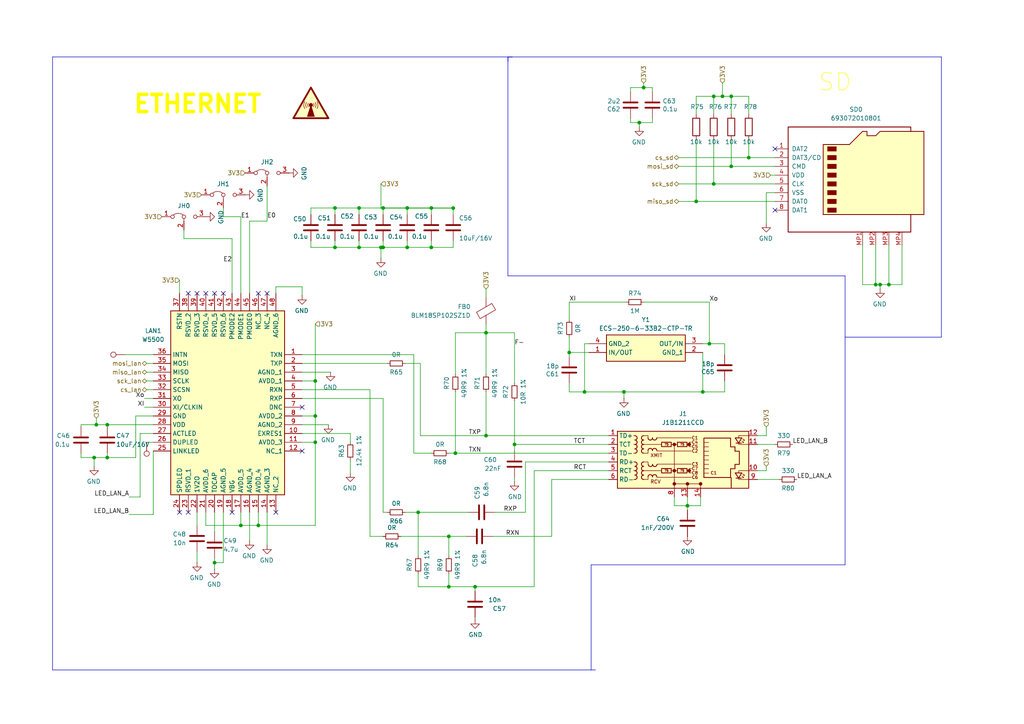
<source format=kicad_sch>
(kicad_sch (version 20231120) (generator "eeschema") (generator_version "8.0")
  (paper "A4")
  (lib_symbols
    (symbol "SymbolsBalloonv4:C" (pin_numbers hide) (pin_names (offset 0.254))
      (property "Reference" "C" (at 0.635 2.54 0))
      (property "Value" "C" (at 0.635 -2.54 0))
      (symbol "C_1_1"
        (pin passive line (at 0 3.81 270) (length 2.794) (name "~") (number "1"))
        (pin passive line (at 0 -3.81 90) (length 2.794) (name "~") (number "2"))
      )
    )
    (symbol "SymbolsBalloonv4:ECS-250-6-33B2-CTP-TR"
      (property "Reference" "Y" (at 29.21 7.62 0))
      (property "Value" "ECS-250-6-33B2-CTP-TR" (at 29.21 5.08 0))
      (symbol "ECS-250-6-33B2-CTP-TR_1_1"
        (pin passive line (at 0 -2.54 0) (length 5.08) (name "IN/OUT") (number "1"))
        (pin passive line (at 33.02 -2.54 180) (length 5.08) (name "GND_1") (number "2"))
        (pin passive line (at 33.02 0 180) (length 5.08) (name "OUT/IN") (number "3"))
        (pin passive line (at 0 0 0) (length 5.08) (name "GND_2") (number "4"))
      )
    )
    (symbol "SymbolsBalloonv4:FerriteBead" (pin_numbers hide) (pin_names (offset 0))
      (property "Reference" "FB" (at -3.81 0.635 90))
      (property "Value" "FerriteBead" (at 3.81 0 90))
      (symbol "FerriteBead_1_1"
        (pin passive line (at 0 3.81 270) (length 2.54) (name "~") (number "1"))
        (pin passive line (at 0 -3.81 90) (length 2.54) (name "~") (number "2"))
      )
    )
    (symbol "SymbolsBalloonv4:GND" (power) (pin_numbers hide) (pin_names (offset 0) hide)
      (property "Value" "GND" (at 0 -3.81 0))
      (symbol "GND_1_1"
        (pin power_in line (at 0 0 270) (length 0) (name "~") (number "1"))
      )
    )
    (symbol "SymbolsBalloonv4:Jumper_3_Bridged12" (pin_names (offset 0) hide)
      (property "Reference" "JP" (at -2.54 -2.54 0))
      (property "Value" "Jumper_3_Bridged12" (at 0 2.794 0))
      (symbol "Jumper_3_Bridged12_1_1"
        (pin passive line (at -6.35 0 0) (length 2.54) (name "A") (number "1"))
        (pin passive line (at 0 -3.81 90) (length 2.54) (name "C") (number "2"))
        (pin passive line (at 6.35 0 180) (length 2.54) (name "B") (number "3"))
      )
    )
    (symbol "SymbolsBalloonv4:Micro_SD_Card" (pin_names (offset 1.016))
      (property "Reference" "J5" (at 0.635 19.05 0))
      (property "Value" "Micro_SD_Card" (at 0.635 16.51 0))
      (symbol "Micro_SD_Card_1_1"
        (pin bidirectional line (at -22.86 7.62 0) (length 3.81) (name "DAT2") (number "1"))
        (pin bidirectional line (at -22.86 5.08 0) (length 3.81) (name "DAT3/CD") (number "2"))
        (pin input line (at -22.86 2.54 0) (length 3.81) (name "CMD") (number "3"))
        (pin power_in line (at -22.86 0 0) (length 3.81) (name "VDD") (number "4"))
        (pin input line (at -22.86 -2.54 0) (length 3.81) (name "CLK") (number "5"))
        (pin power_in line (at -22.86 -5.08 0) (length 3.81) (name "VSS") (number "6"))
        (pin bidirectional line (at -22.86 -7.62 0) (length 3.81) (name "DAT0") (number "7"))
        (pin bidirectional line (at -22.86 -10.16 0) (length 3.81) (name "DAT1") (number "8"))
        (pin passive line (at 2.54 -20.32 90) (length 3.81) (name "") (number "MP1"))
        (pin passive line (at 6.35 -20.32 90) (length 3.81) (name "") (number "MP2"))
        (pin passive line (at 10.16 -20.32 90) (length 3.81) (name "") (number "MP3"))
        (pin passive line (at 13.97 -20.32 90) (length 3.81) (name "") (number "MP4"))
      )
    )
    (symbol "SymbolsBalloonv4:R" (pin_numbers hide) (pin_names (offset 0))
      (property "Reference" "R" (at 2.032 0 90))
      (property "Value" "R" (at 0 0 90))
      (symbol "R_1_1"
        (pin passive line (at 0 3.81 270) (length 1.27) (name "~") (number "1"))
        (pin passive line (at 0 -3.81 90) (length 1.27) (name "~") (number "2"))
      )
    )
    (symbol "SymbolsBalloonv4:RJ45_Wuerth_7499010121A"
      (property "Reference" "J6" (at 1.27 13.97 0))
      (property "Value" "RJ45_Wuerth_7499010121A" (at 1.27 11.43 0))
      (symbol "RJ45_Wuerth_7499010121A_0_0"
        (text "C1" (at 4.699 6.985 0) (effects (font (size 0.889 0.889))))
        (text "C1" (at 10.16 -3.175 0) (effects (font (size 0.889 0.889))))
        (text "C2" (at 4.699 3.175 0) (effects (font (size 0.889 0.889))))
        (text "C3" (at 4.699 -0.635 0) (effects (font (size 0.889 0.889))))
        (text "C4" (at 4.699 5.715 0) (effects (font (size 0.889 0.889))))
        (text "C5" (at 4.699 4.445 0) (effects (font (size 0.889 0.889))))
        (text "C6" (at 4.699 -4.445 0) (effects (font (size 0.889 0.889))))
        (text "C7" (at 4.699 -1.905 0) (effects (font (size 0.889 0.889))))
        (text "C8" (at 4.699 -3.175 0) (effects (font (size 0.889 0.889))))
        (text "RCV" (at -8.255 -5.715 0) (effects (font (size 1.016 1.016)) (justify left)))
        (text "XMIT" (at -8.255 1.905 0) (effects (font (size 1.016 1.016)) (justify left)))
      )
      (symbol "RJ45_Wuerth_7499010121A_1_1"
        (text "75" (at -3.556 -2.54 0) (effects (font (size 0.635 0.635))))
        (text "75" (at -3.556 5.08 0) (effects (font (size 0.635 0.635))))
        (text "75" (at 1.016 -2.54 0) (effects (font (size 0.635 0.635))))
        (text "75" (at 1.016 5.08 0) (effects (font (size 0.635 0.635))))
        (pin passive line (at -20.32 7.62 0) (length 2.54) (name "TD+") (number "1"))
        (pin passive line (at 22.86 -2.54 180) (length 2.54) (name "") (number "10"))
        (pin passive line (at 22.86 5.08 180) (length 2.54) (name "") (number "11"))
        (pin passive line (at 22.86 7.62 180) (length 2.54) (name "") (number "12"))
        (pin output line (at 2.54 -10.16 90) (length 2.54) (name "") (number "13"))
        (pin output line (at 6.35 -10.16 90) (length 2.54) (name "") (number "14"))
        (pin passive line (at -20.32 5.08 0) (length 2.54) (name "TCT") (number "2"))
        (pin passive line (at -20.32 2.54 0) (length 2.54) (name "TD-") (number "3"))
        (pin passive line (at -20.32 0 0) (length 2.54) (name "RD+") (number "4"))
        (pin passive line (at -20.32 -2.54 0) (length 2.54) (name "RCT") (number "5"))
        (pin passive line (at -20.32 -5.08 0) (length 2.54) (name "RD-") (number "6"))
        (pin no_connect line (at 20.32 0 0) (length 0) hide (name "NC") (number "7"))
        (pin output line (at -1.27 -10.16 90) (length 2.54) (name "") (number "8"))
        (pin passive line (at 22.86 -5.08 180) (length 2.54) (name "") (number "9"))
      )
    )
    (symbol "SymbolsBalloonv4:R_Small" (pin_numbers hide) (pin_names (offset 0.254) hide)
      (property "Reference" "R" (at 0.762 0.508 0))
      (property "Value" "R_Small" (at 0.762 -1.016 0))
      (symbol "R_Small_1_1"
        (pin passive line (at 0 2.54 270) (length 0.762) (name "~") (number "1"))
        (pin passive line (at 0 -2.54 90) (length 0.762) (name "~") (number "2"))
      )
    )
    (symbol "SymbolsBalloonv4:SYM_Radio_Waves_Large" (in_bom no) (on_board no))
    (symbol "SymbolsBalloonv4:TestPoint" (pin_numbers hide) (pin_names (offset 0.762) hide)
      (property "Reference" "TP" (at 0 6.858 0))
      (property "Value" "TestPoint" (at 0 5.08 0))
      (symbol "TestPoint_1_1"
        (pin passive line (at 0 0 90) (length 2.54) (name "1") (number "1"))
      )
    )
    (symbol "SymbolsBalloonv4:W5500"
      (property "Reference" "IC" (at 39.37 17.78 0))
      (property "Value" "W5500" (at 39.37 15.24 0))
      (symbol "W5500_1_1"
        (pin passive line (at 0 0 0) (length 5.08) (name "TXN") (number "1"))
        (pin passive line (at 0 -22.86 0) (length 5.08) (name "EXRES1") (number "10"))
        (pin passive line (at 0 -25.4 0) (length 5.08) (name "AVDD_3") (number "11"))
        (pin passive line (at 0 -27.94 0) (length 5.08) (name "NC_1") (number "12"))
        (pin passive line (at 7.62 -45.72 90) (length 5.08) (name "NC_2") (number "13"))
        (pin passive line (at 10.16 -45.72 90) (length 5.08) (name "AGND_3") (number "14"))
        (pin passive line (at 12.7 -45.72 90) (length 5.08) (name "AVDD_4") (number "15"))
        (pin passive line (at 15.24 -45.72 90) (length 5.08) (name "AGND_4") (number "16"))
        (pin passive line (at 17.78 -45.72 90) (length 5.08) (name "AVDD_5") (number "17"))
        (pin passive line (at 20.32 -45.72 90) (length 5.08) (name "VBG") (number "18"))
        (pin passive line (at 22.86 -45.72 90) (length 5.08) (name "AGND_5") (number "19"))
        (pin passive line (at 0 -2.54 0) (length 5.08) (name "TXP") (number "2"))
        (pin passive line (at 25.4 -45.72 90) (length 5.08) (name "TOCAP") (number "20"))
        (pin passive line (at 27.94 -45.72 90) (length 5.08) (name "AVDD_6") (number "21"))
        (pin passive line (at 30.48 -45.72 90) (length 5.08) (name "1V2O") (number "22"))
        (pin passive line (at 33.02 -45.72 90) (length 5.08) (name "RSVD_1") (number "23"))
        (pin passive line (at 35.56 -45.72 90) (length 5.08) (name "SPDLED") (number "24"))
        (pin passive line (at 43.18 -27.94 180) (length 5.08) (name "LINKLED") (number "25"))
        (pin passive line (at 43.18 -25.4 180) (length 5.08) (name "DUPLED") (number "26"))
        (pin passive line (at 43.18 -22.86 180) (length 5.08) (name "ACTLED") (number "27"))
        (pin passive line (at 43.18 -20.32 180) (length 5.08) (name "VDD") (number "28"))
        (pin passive line (at 43.18 -17.78 180) (length 5.08) (name "GND") (number "29"))
        (pin passive line (at 0 -5.08 0) (length 5.08) (name "AGND_1") (number "3"))
        (pin passive line (at 43.18 -15.24 180) (length 5.08) (name "XI/CLKIN") (number "30"))
        (pin passive line (at 43.18 -12.7 180) (length 5.08) (name "XO") (number "31"))
        (pin passive line (at 43.18 -10.16 180) (length 5.08) (name "SCSN") (number "32"))
        (pin passive line (at 43.18 -7.62 180) (length 5.08) (name "SCLK") (number "33"))
        (pin passive line (at 43.18 -5.08 180) (length 5.08) (name "MISO") (number "34"))
        (pin passive line (at 43.18 -2.54 180) (length 5.08) (name "MOSI") (number "35"))
        (pin passive line (at 43.18 0 180) (length 5.08) (name "INTN") (number "36"))
        (pin passive line (at 35.56 17.78 270) (length 5.08) (name "RSTN") (number "37"))
        (pin passive line (at 33.02 17.78 270) (length 5.08) (name "RSVD_2") (number "38"))
        (pin passive line (at 30.48 17.78 270) (length 5.08) (name "RSVD_3") (number "39"))
        (pin passive line (at 0 -7.62 0) (length 5.08) (name "AVDD_1") (number "4"))
        (pin passive line (at 27.94 17.78 270) (length 5.08) (name "RSVD_4") (number "40"))
        (pin passive line (at 25.4 17.78 270) (length 5.08) (name "RSVD_5") (number "41"))
        (pin passive line (at 22.86 17.78 270) (length 5.08) (name "RSVD_6") (number "42"))
        (pin passive line (at 20.32 17.78 270) (length 5.08) (name "PMODE2") (number "43"))
        (pin passive line (at 17.78 17.78 270) (length 5.08) (name "PMODE1") (number "44"))
        (pin passive line (at 15.24 17.78 270) (length 5.08) (name "PMODE0") (number "45"))
        (pin passive line (at 12.7 17.78 270) (length 5.08) (name "NC_3") (number "46"))
        (pin passive line (at 10.16 17.78 270) (length 5.08) (name "NC_4") (number "47"))
        (pin passive line (at 7.62 17.78 270) (length 5.08) (name "AGND_6") (number "48"))
        (pin passive line (at 0 -10.16 0) (length 5.08) (name "RXN") (number "5"))
        (pin passive line (at 0 -12.7 0) (length 5.08) (name "RXP") (number "6"))
        (pin passive line (at 0 -15.24 0) (length 5.08) (name "DNC") (number "7"))
        (pin passive line (at 0 -17.78 0) (length 5.08) (name "AVDD_2") (number "8"))
        (pin passive line (at 0 -20.32 0) (length 5.08) (name "AGND_2") (number "9"))
      )
    )
  )
  (junction (at 27.94 123.19))
  (junction (at 255.27 82.55))
  (junction (at 118.11 60.325))
  (junction (at 104.14 71.755))
  (junction (at 257.81 82.55))
  (junction (at 199.39 146.685))
  (junction (at 62.23 163.195))
  (junction (at 140.97 126.365))
  (junction (at 205.74 99.695))
  (junction (at 104.14 60.325))
  (junction (at 132.08 131.445))
  (junction (at 69.85 152.4))
  (junction (at 207.01 53.34))
  (junction (at 31.115 123.19))
  (junction (at 118.11 71.755))
  (junction (at 201.93 58.42))
  (junction (at 125.095 60.325))
  (junction (at 97.155 60.325))
  (junction (at 131.445 60.3569))
  (junction (at 125.095 71.755))
  (junction (at 217.17 45.72))
  (junction (at 169.545 113.665))
  (junction (at 91.44 110.49))
  (junction (at 91.44 120.65))
  (junction (at 111.125 60.325))
  (junction (at 130.175 170.18))
  (junction (at 212.09 48.26))
  (junction (at 212.09 27.94))
  (junction (at 91.44 128.27))
  (junction (at 111.125 71.755))
  (junction (at 137.795 170.18))
  (junction (at 130.175 155.575))
  (junction (at 97.155 71.755))
  (junction (at 203.835 113.665))
  (junction (at 31.115 132.715))
  (junction (at 254 82.55))
  (junction (at 149.225 128.905))
  (junction (at 185.42 35.56))
  (junction (at 110.49 71.755))
  (junction (at 74.93 152.4))
  (junction (at 121.285 148.59))
  (junction (at 27.305 132.715))
  (junction (at 165.1 102.235))
  (junction (at 207.01 27.94))
  (junction (at 180.975 113.665))
  (junction (at 186.69 25.4))
  (junction (at 209.55 27.94))
  (junction (at 140.97 96.52))
  (no_connect (at 74.93 85.09))
  (no_connect (at 54.61 85.09))
  (no_connect (at 67.31 148.59))
  (no_connect (at 87.63 130.81))
  (no_connect (at 224.79 60.96))
  (no_connect (at 64.77 85.09))
  (no_connect (at 52.07 148.59))
  (no_connect (at 224.79 43.18))
  (no_connect (at 62.23 85.09))
  (no_connect (at 87.63 118.11))
  (no_connect (at 77.47 85.09))
  (no_connect (at 54.61 148.59))
  (no_connect (at 57.15 85.09))
  (no_connect (at 80.01 148.59))
  (no_connect (at 59.69 85.09))
  (wire (pts (xy 101.6 133.35) (xy 101.6 137.16)))
  (wire (pts (xy 64.77 62.865) (xy 64.77 60.325)))
  (wire (pts (xy 212.09 33.02) (xy 212.09 27.94)))
  (wire (pts (xy 165.1 103.505) (xy 165.1 102.235)))
  (wire (pts (xy 257.81 71.12) (xy 257.81 82.55)))
  (wire (pts (xy 69.85 152.4) (xy 74.93 152.4)))
  (wire (pts (xy 210.185 99.695) (xy 205.74 99.695)))
  (wire (pts (xy 169.545 99.695) (xy 169.545 113.665)))
  (wire (pts (xy 104.14 71.755) (xy 110.49 71.755)))
  (wire (pts (xy 72.39 64.135) (xy 77.47 64.135)))
  (wire (pts (xy 140.97 96.52) (xy 140.97 108.585)))
  (wire (pts (xy 23.495 131.445) (xy 23.495 132.715)))
  (wire (pts (xy 125.095 71.755) (xy 131.445 71.755)))
  (wire (pts (xy 107.315 113.03) (xy 107.315 155.575)))
  (wire (pts (xy 186.69 87.63) (xy 205.74 87.63)))
  (wire (pts (xy 223.52 50.8) (xy 224.79 50.8)))
  (wire (pts (xy 222.25 135.255) (xy 222.25 136.525)))
  (wire (pts (xy 31.115 123.19) (xy 27.94 123.19)))
  (wire (pts (xy 149.225 116.205) (xy 149.225 128.905)))
  (wire (pts (xy 195.58 144.145) (xy 195.58 146.685)))
  (wire (pts (xy 110.49 60.3569) (xy 131.445 60.3569)))
  (wire (pts (xy 130.175 155.575) (xy 135.255 155.575)))
  (wire (pts (xy 189.23 25.4) (xy 186.69 25.4)))
  (wire (pts (xy 165.1 111.125) (xy 165.1 113.665)))
  (polyline (pts (xy 15.24 16.51) (xy 15.24 194.31)))
  (wire (pts (xy 97.155 69.85) (xy 97.155 71.755)))
  (wire (pts (xy 67.31 69.215) (xy 67.31 85.09)))
  (wire (pts (xy 222.25 123.825) (xy 222.25 126.365)))
  (wire (pts (xy 209.55 27.94) (xy 209.55 24.13)))
  (wire (pts (xy 165.1 87.63) (xy 181.61 87.63)))
  (wire (pts (xy 72.39 148.59) (xy 72.39 156.845)))
  (wire (pts (xy 201.93 27.94) (xy 201.93 33.02)))
  (wire (pts (xy 111.125 69.85) (xy 111.125 71.755)))
  (wire (pts (xy 203.835 113.665) (xy 203.835 102.235)))
  (wire (pts (xy 217.17 40.64) (xy 217.17 45.72)))
  (wire (pts (xy 131.445 62.23) (xy 131.445 60.3569)))
  (wire (pts (xy 53.34 69.215) (xy 67.31 69.215)))
  (wire (pts (xy 59.69 148.59) (xy 59.69 152.4)))
  (wire (pts (xy 207.01 40.64) (xy 207.01 53.34)))
  (wire (pts (xy 87.63 110.49) (xy 91.44 110.49)))
  (wire (pts (xy 255.27 83.82) (xy 255.27 82.55)))
  (wire (pts (xy 57.15 163.195) (xy 57.15 160.02)))
  (wire (pts (xy 57.15 148.59) (xy 57.15 152.4)))
  (wire (pts (xy 121.285 166.37) (xy 121.285 170.18)))
  (wire (pts (xy 132.08 108.585) (xy 132.08 96.52)))
  (wire (pts (xy 201.93 58.42) (xy 196.85 58.42)))
  (wire (pts (xy 186.69 24.13) (xy 186.69 25.4)))
  (wire (pts (xy 59.69 152.4) (xy 69.85 152.4)))
  (wire (pts (xy 149.225 128.905) (xy 176.53 128.905)))
  (wire (pts (xy 199.39 147.955) (xy 199.39 146.685)))
  (wire (pts (xy 91.44 128.27) (xy 91.44 152.4)))
  (wire (pts (xy 91.44 120.65) (xy 91.44 128.27)))
  (wire (pts (xy 80.01 83.185) (xy 80.01 85.09)))
  (wire (pts (xy 140.97 113.665) (xy 140.97 126.365)))
  (wire (pts (xy 257.81 82.55) (xy 261.62 82.55)))
  (wire (pts (xy 77.47 64.135) (xy 77.47 53.975)))
  (wire (pts (xy 62.23 148.59) (xy 62.23 154.305)))
  (wire (pts (xy 217.17 45.72) (xy 224.79 45.72)))
  (wire (pts (xy 189.23 35.56) (xy 189.23 34.29)))
  (wire (pts (xy 104.14 62.23) (xy 104.14 60.325)))
  (wire (pts (xy 74.93 148.59) (xy 74.93 152.4)))
  (wire (pts (xy 121.285 161.29) (xy 121.285 148.59)))
  (wire (pts (xy 222.25 136.525) (xy 219.71 136.525)))
  (wire (pts (xy 72.39 85.09) (xy 72.39 64.135)))
  (wire (pts (xy 185.42 35.56) (xy 182.88 35.56)))
  (wire (pts (xy 87.63 105.41) (xy 112.395 105.41)))
  (wire (pts (xy 41.91 118.11) (xy 44.45 118.11)))
  (wire (pts (xy 44.45 130.81) (xy 44.45 149.225)))
  (wire (pts (xy 121.92 105.41) (xy 121.92 126.365)))
  (wire (pts (xy 130.175 155.575) (xy 130.175 161.29)))
  (wire (pts (xy 97.155 71.755) (xy 90.17 71.755)))
  (wire (pts (xy 165.1 97.79) (xy 165.1 102.235)))
  (wire (pts (xy 62.23 161.925) (xy 62.23 163.195)))
  (wire (pts (xy 196.85 53.34) (xy 207.01 53.34)))
  (wire (pts (xy 137.795 179.705) (xy 137.795 179.07)))
  (wire (pts (xy 196.85 48.26) (xy 212.09 48.26)))
  (wire (pts (xy 185.42 36.83) (xy 185.42 35.56)))
  (wire (pts (xy 110.49 71.755) (xy 111.125 71.755)))
  (wire (pts (xy 255.27 82.55) (xy 257.81 82.55)))
  (wire (pts (xy 165.1 87.63) (xy 165.1 92.71)))
  (wire (pts (xy 104.14 60.325) (xy 111.125 60.325)))
  (wire (pts (xy 180.975 113.665) (xy 169.545 113.665)))
  (wire (pts (xy 210.185 113.665) (xy 203.835 113.665)))
  (wire (pts (xy 31.115 132.715) (xy 39.37 132.715)))
  (wire (pts (xy 37.465 144.145) (xy 40.64 144.145)))
  (wire (pts (xy 121.92 126.365) (xy 140.97 126.365)))
  (wire (pts (xy 23.495 132.715) (xy 27.305 132.715)))
  (wire (pts (xy 130.175 170.18) (xy 137.795 170.18)))
  (wire (pts (xy 132.08 113.665) (xy 132.08 131.445)))
  (wire (pts (xy 212.09 40.64) (xy 212.09 48.26)))
  (polyline (pts (xy 273.05 16.51) (xy 273.05 97.79)))
  (wire (pts (xy 210.185 110.49) (xy 210.185 113.665)))
  (wire (pts (xy 118.11 60.325) (xy 125.095 60.325)))
  (wire (pts (xy 104.14 71.755) (xy 104.14 69.85)))
  (wire (pts (xy 52.07 81.28) (xy 52.07 85.09)))
  (wire (pts (xy 90.17 71.755) (xy 90.17 69.85)))
  (wire (pts (xy 250.19 82.55) (xy 254 82.55)))
  (wire (pts (xy 74.93 152.4) (xy 91.44 152.4)))
  (wire (pts (xy 182.88 25.4) (xy 182.88 26.67)))
  (wire (pts (xy 44.45 149.225) (xy 37.465 149.225)))
  (wire (pts (xy 201.93 40.64) (xy 201.93 58.42)))
  (wire (pts (xy 189.23 26.67) (xy 189.23 25.4)))
  (wire (pts (xy 152.4 133.985) (xy 152.4 148.59)))
  (wire (pts (xy 69.85 148.59) (xy 69.85 152.4)))
  (wire (pts (xy 140.97 96.52) (xy 149.225 96.52)))
  (wire (pts (xy 130.175 166.37) (xy 130.175 170.18)))
  (wire (pts (xy 125.095 60.325) (xy 125.095 62.23)))
  (wire (pts (xy 254 71.12) (xy 254 82.55)))
  (wire (pts (xy 117.475 105.41) (xy 121.92 105.41)))
  (wire (pts (xy 111.125 60.325) (xy 111.125 62.23)))
  (wire (pts (xy 87.63 115.57) (xy 111.125 115.57)))
  (wire (pts (xy 118.11 62.23) (xy 118.11 60.325)))
  (wire (pts (xy 160.02 155.575) (xy 142.875 155.575)))
  (wire (pts (xy 224.79 58.42) (xy 201.93 58.42)))
  (wire (pts (xy 91.44 93.98) (xy 91.44 110.49)))
  (wire (pts (xy 165.1 102.235) (xy 170.815 102.235)))
  (wire (pts (xy 64.77 163.195) (xy 62.23 163.195)))
  (wire (pts (xy 152.4 133.985) (xy 176.53 133.985)))
  (wire (pts (xy 23.495 123.19) (xy 27.94 123.19)))
  (wire (pts (xy 90.17 60.325) (xy 97.155 60.325)))
  (wire (pts (xy 130.175 131.445) (xy 132.08 131.445)))
  (wire (pts (xy 41.91 115.57) (xy 44.45 115.57)))
  (polyline (pts (xy 273.05 97.79) (xy 245.11 97.79)))
  (wire (pts (xy 180.975 115.57) (xy 180.975 113.665)))
  (wire (pts (xy 261.62 71.12) (xy 261.62 82.55)))
  (wire (pts (xy 210.185 102.87) (xy 210.185 99.695)))
  (wire (pts (xy 87.63 113.03) (xy 107.315 113.03)))
  (wire (pts (xy 140.97 126.365) (xy 176.53 126.365)))
  (wire (pts (xy 110.49 53.34) (xy 110.49 60.3569)))
  (wire (pts (xy 132.08 96.52) (xy 140.97 96.52)))
  (wire (pts (xy 69.85 62.865) (xy 69.85 85.09)))
  (wire (pts (xy 152.4 148.59) (xy 143.51 148.59)))
  (wire (pts (xy 137.795 171.45) (xy 137.795 170.18)))
  (wire (pts (xy 140.97 93.98) (xy 140.97 96.52)))
  (wire (pts (xy 40.64 125.73) (xy 44.45 125.73)))
  (polyline (pts (xy 171.45 163.83) (xy 245.11 163.83)))
  (wire (pts (xy 217.17 45.72) (xy 196.85 45.72)))
  (wire (pts (xy 212.09 48.26) (xy 224.79 48.26)))
  (polyline (pts (xy 147.32 80.01) (xy 147.32 16.51)))
  (wire (pts (xy 199.39 144.145) (xy 199.39 146.685)))
  (wire (pts (xy 64.77 148.59) (xy 64.77 163.195)))
  (polyline (pts (xy 147.32 16.51) (xy 147.32 17.78)))
  (wire (pts (xy 199.39 146.685) (xy 203.2 146.685)))
  (wire (pts (xy 53.34 69.215) (xy 53.34 66.675)))
  (wire (pts (xy 137.795 170.18) (xy 154.94 170.18)))
  (wire (pts (xy 154.94 136.525) (xy 176.53 136.525)))
  (wire (pts (xy 64.77 62.865) (xy 69.85 62.865)))
  (wire (pts (xy 95.885 107.95) (xy 87.63 107.95)))
  (wire (pts (xy 111.125 60.325) (xy 118.11 60.325)))
  (wire (pts (xy 205.74 99.695) (xy 203.835 99.695)))
  (polyline (pts (xy 245.11 80.01) (xy 147.32 80.01)))
  (wire (pts (xy 118.11 71.755) (xy 118.11 69.85)))
  (wire (pts (xy 254 82.55) (xy 255.27 82.55)))
  (wire (pts (xy 132.08 131.445) (xy 176.53 131.445)))
  (wire (pts (xy 149.225 139.7) (xy 149.225 138.43)))
  (wire (pts (xy 36.195 102.87) (xy 44.45 102.87)))
  (wire (pts (xy 121.285 148.59) (xy 135.89 148.59)))
  (wire (pts (xy 42.545 110.49) (xy 44.45 110.49)))
  (wire (pts (xy 217.17 27.94) (xy 212.09 27.94)))
  (wire (pts (xy 40.64 144.145) (xy 40.64 125.73)))
  (wire (pts (xy 42.545 105.41) (xy 44.45 105.41)))
  (wire (pts (xy 222.25 55.88) (xy 224.79 55.88)))
  (wire (pts (xy 111.125 148.59) (xy 112.395 148.59)))
  (wire (pts (xy 90.17 62.23) (xy 90.17 60.325)))
  (wire (pts (xy 87.63 120.65) (xy 91.44 120.65)))
  (wire (pts (xy 77.47 158.115) (xy 77.47 148.59)))
  (wire (pts (xy 27.94 121.285) (xy 27.94 123.19)))
  (wire (pts (xy 250.19 82.55) (xy 250.19 71.12)))
  (wire (pts (xy 140.97 83.82) (xy 140.97 86.36)))
  (wire (pts (xy 120.015 131.445) (xy 125.095 131.445)))
  (wire (pts (xy 205.74 87.63) (xy 205.74 99.695)))
  (wire (pts (xy 87.63 125.73) (xy 101.6 125.73)))
  (wire (pts (xy 169.545 99.695) (xy 170.815 99.695)))
  (wire (pts (xy 27.305 132.715) (xy 27.305 135.255)))
  (wire (pts (xy 62.23 163.195) (xy 62.23 165.1)))
  (wire (pts (xy 97.155 71.755) (xy 104.14 71.755)))
  (wire (pts (xy 195.58 146.685) (xy 199.39 146.685)))
  (wire (pts (xy 120.015 102.87) (xy 120.015 131.445)))
  (wire (pts (xy 23.495 123.19) (xy 23.495 123.825)))
  (wire (pts (xy 87.63 85.725) (xy 87.63 83.185)))
  (wire (pts (xy 31.115 123.19) (xy 31.115 123.825)))
  (wire (pts (xy 110.49 74.93) (xy 110.49 71.755)))
  (wire (pts (xy 149.225 96.52) (xy 149.225 111.125)))
  (wire (pts (xy 125.095 60.325) (xy 131.445 60.3569)))
  (wire (pts (xy 87.63 83.185) (xy 80.01 83.185)))
  (wire (pts (xy 219.71 139.065) (xy 226.06 139.065)))
  (wire (pts (xy 117.475 148.59) (xy 121.285 148.59)))
  (wire (pts (xy 118.11 71.755) (xy 125.095 71.755)))
  (wire (pts (xy 44.45 120.65) (xy 39.37 120.65)))
  (wire (pts (xy 186.69 25.4) (xy 182.88 25.4)))
  (wire (pts (xy 165.1 113.665) (xy 169.545 113.665)))
  (wire (pts (xy 207.01 27.94) (xy 201.93 27.94)))
  (wire (pts (xy 160.02 139.065) (xy 160.02 155.575)))
  (wire (pts (xy 125.095 69.85) (xy 125.095 71.755)))
  (wire (pts (xy 91.44 110.49) (xy 91.44 120.65)))
  (wire (pts (xy 203.2 146.685) (xy 203.2 144.145)))
  (polyline (pts (xy 171.45 194.31) (xy 171.45 163.83)))
  (wire (pts (xy 111.125 71.755) (xy 118.11 71.755)))
  (wire (pts (xy 44.45 123.19) (xy 31.115 123.19)))
  (polyline (pts (xy 15.24 194.31) (xy 172.72 194.31)))
  (wire (pts (xy 131.445 71.755) (xy 131.445 69.85)))
  (wire (pts (xy 207.01 27.94) (xy 207.01 33.02)))
  (wire (pts (xy 207.01 53.34) (xy 224.79 53.34)))
  (wire (pts (xy 97.155 60.325) (xy 97.155 62.23)))
  (wire (pts (xy 154.94 136.525) (xy 154.94 170.18)))
  (wire (pts (xy 39.37 120.65) (xy 39.37 132.715)))
  (wire (pts (xy 42.545 113.03) (xy 44.45 113.03)))
  (wire (pts (xy 31.115 131.445) (xy 31.115 132.715)))
  (polyline (pts (xy 245.11 163.83) (xy 245.11 80.01)))
  (wire (pts (xy 209.55 27.94) (xy 207.01 27.94)))
  (wire (pts (xy 131.445 60.3569) (xy 131.445 60.325)))
  (wire (pts (xy 87.63 128.27) (xy 91.44 128.27)))
  (wire (pts (xy 116.205 155.575) (xy 130.175 155.575)))
  (wire (pts (xy 87.63 123.19) (xy 95.25 123.19)))
  (wire (pts (xy 222.25 126.365) (xy 219.71 126.365)))
  (wire (pts (xy 101.6 125.73) (xy 101.6 128.27)))
  (polyline (pts (xy 147.32 16.51) (xy 273.05 16.51)))
  (wire (pts (xy 107.315 155.575) (xy 111.125 155.575)))
  (wire (pts (xy 212.09 27.94) (xy 209.55 27.94)))
  (wire (pts (xy 27.305 132.715) (xy 31.115 132.715)))
  (wire (pts (xy 224.79 128.905) (xy 219.71 128.905)))
  (wire (pts (xy 217.17 33.02) (xy 217.17 27.94)))
  (wire (pts (xy 180.975 113.665) (xy 203.835 113.665)))
  (wire (pts (xy 222.25 64.77) (xy 222.25 55.88)))
  (wire (pts (xy 97.155 60.325) (xy 104.14 60.325)))
  (wire (pts (xy 87.63 102.87) (xy 120.015 102.87)))
  (wire (pts (xy 160.02 139.065) (xy 176.53 139.065)))
  (wire (pts (xy 111.125 115.57) (xy 111.125 148.59)))
  (wire (pts (xy 42.545 128.27) (xy 44.45 128.27)))
  (wire (pts (xy 149.225 128.905) (xy 149.225 130.81)))
  (wire (pts (xy 42.545 107.95) (xy 44.45 107.95)))
  (wire (pts (xy 189.23 35.56) (xy 185.42 35.56)))
  (wire (pts (xy 121.285 170.18) (xy 130.175 170.18)))
  (polyline (pts (xy 15.24 16.51) (xy 148.59 16.51)))
  (wire (pts (xy 182.88 35.56) (xy 182.88 34.29)))
  (text "ETHERNET" (at 38.354 33.274 0) (effects (font (size 5 5) (thickness 1) (bold yes)) (justify left bottom)))
  (text "SD" (at 237.236 26.924 0) (effects (font (size 5 5)) (justify left bottom)))
  (label "Xo" (at 41.91 115.57 180))
  (label "RCT" (at 166.37 136.525 0))
  (label "LED_LAN_A" (at 37.465 144.145 180))
  (label "RXP" (at 146.05 148.59 0))
  (label "TXN" (at 135.89 131.445 0))
  (label "E1" (at 69.85 63.5 0))
  (label "RXN" (at 146.685 155.575 0))
  (label "LED_LAN_B" (at 37.465 149.225 180))
  (label "Xo" (at 205.74 87.63 0))
  (label "XI" (at 165.1 87.63 0))
  (label "E2" (at 67.31 76.2 180))
  (label "TCT" (at 166.37 128.905 0))
  (label "LED_LAN_A" (at 231.14 139.065 0))
  (label "LED_LAN_B" (at 229.87 128.905 0))
  (label "E0" (at 77.47 63.5 0))
  (label "XI" (at 41.91 118.11 180))
  (label "TXP" (at 135.89 126.365 0))
  (label "F-" (at 149.225 100.33 0))
  (hierarchical_label "3V3" (shape input) (at 222.25 123.825 90))
  (hierarchical_label "3V3" (shape input) (at 209.55 24.13 90))
  (hierarchical_label "3V3" (shape input) (at 186.69 24.13 90))
  (hierarchical_label "3V3" (shape input) (at 27.94 121.285 90))
  (hierarchical_label "miso_lan" (shape bidirectional) (at 42.545 107.95 180))
  (hierarchical_label "sck_lan" (shape bidirectional) (at 42.545 110.49 180))
  (hierarchical_label "sck_sd" (shape bidirectional) (at 196.85 53.34 180))
  (hierarchical_label "3V3" (shape input) (at 58.42 56.515 180))
  (hierarchical_label "cs_sd" (shape bidirectional) (at 196.85 45.72 180))
  (hierarchical_label "3V3" (shape input) (at 52.07 81.28 180))
  (hierarchical_label "mosi_lan" (shape bidirectional) (at 42.545 105.41 180))
  (hierarchical_label "cs_lan" (shape bidirectional) (at 42.545 113.03 180))
  (hierarchical_label "3V3" (shape input) (at 110.49 53.34 0))
  (hierarchical_label "miso_sd" (shape bidirectional) (at 196.85 58.42 180))
  (hierarchical_label "3V3" (shape input) (at 71.12 50.165 180))
  (hierarchical_label "3V3" (shape input) (at 222.25 135.255 90))
  (hierarchical_label "3V3" (shape input) (at 223.52 50.8 180))
  (hierarchical_label "3V3" (shape input) (at 140.97 83.82 90))
  (hierarchical_label "3V3" (shape input) (at 91.44 93.98 0))
  (hierarchical_label "mosi_sd" (shape bidirectional) (at 196.85 48.26 180))
  (hierarchical_label "3V3" (shape input) (at 46.99 62.865 180))
  (symbol (lib_id "SymbolsBalloonv4:GND") (at 185.42 36.83 0) (mirror y) (unit 1)
    (property "Reference" "#PWR096" (effects (hide yes)))
    (property "Value" "GND" (at 185.293 41.2242 0))
    (property "Description" "Power symbol creates a global label with name \"GND\" , ground" (effects (hide yes)))
  )
  (symbol (lib_id "SymbolsBalloonv4:GND") (at 149.225 139.7 0) (unit 1)
    (property "Reference" "#PWR094" (effects (hide yes)))
    (property "Value" "GND" (at 149.352 144.0942 0))
    (property "Description" "Power symbol creates a global label with name \"GND\" , ground" (effects (hide yes)))
  )
  (symbol (lib_id "SymbolsBalloonv4:ECS-250-6-33B2-CTP-TR") (at 170.815 99.695 0) (unit 1)
    (property "Reference" "Y1" (at 187.325 92.71 0))
    (property "Value" "ECS-250-6-33B2-CTP-TR" (at 187.325 95.25 0))
    (property "Footprint" "SamacSys_Parts:ECS250633B2CTPTR" (effects (hide yes)))
    (property "Datasheet" "https://ecsxtal.com/products/crystals/surface-mount-crystals/ecs-250-6-33b2-ctp-tr" (effects (hide yes)))
    (property "Description" "25 MHz +/-10ppm Crystal 6pF 40 Ohms 4-SMD, No Lead" (effects (hide yes)))
    (property "Height" "0.8" (effects (hide yes)))
    (property "Mouser Part Number" "520-250-6-33B2-CTPTR" (effects (hide yes)))
    (property "Mouser Price/Stock" "https://www.mouser.co.uk/ProductDetail/ECS/ECS-250-6-33B2-CTP-TR?qs=Jm2GQyTW%2FbgZ5JLysnRl1g%3D%3D" (effects (hide yes)))
    (property "Manufacturer_Name" "ECS" (effects (hide yes)))
    (property "Manufacturer_Part_Number" "ECS-250-6-33B2-CTP-TR" (effects (hide yes)))
  )
  (symbol (lib_id "SymbolsBalloonv4:C") (at 199.39 151.765 180) (unit 1)
    (property "Reference" "C64" (at 194.31 150.495 0) (effects (justify left)))
    (property "Value" "1nF/200V" (at 195.58 153.035 0) (effects (justify left)))
    (property "Footprint" "Capacitor_SMD:C_0805_2012Metric_Pad1.18x1.45mm_HandSolder" (effects (hide yes)))
    (property "Description" "Unpolarized capacitor" (effects (hide yes)))
  )
  (symbol (lib_id "SymbolsBalloonv4:SYM_Radio_Waves_Large") (at 90.17 29.21 0) (unit 1) (exclude_from_sim yes) (in_bom no) (on_board no)
    (property "Reference" "#SYM0" (effects (hide yes)))
    (property "Value" "SYM_Radio_Waves_Large" (effects (hide yes)))
    (property "Description" "Radio waves warning symbol, large" (effects (hide yes)))
  )
  (symbol (lib_id "SymbolsBalloonv4:R_Small") (at 132.08 111.125 180) (unit 1)
    (property "Reference" "R70" (at 129.54 111.125 90))
    (property "Value" "49R9 1%" (at 134.62 111.125 90))
    (property "Footprint" "Resistor_SMD:R_0603_1608Metric_Pad0.98x0.95mm_HandSolder" (effects (hide yes)))
    (property "Description" "Resistor, small symbol" (effects (hide yes)))
  )
  (symbol (lib_id "SymbolsBalloonv4:GND") (at 255.27 83.82 0) (mirror y) (unit 1)
    (property "Reference" "#PWR099" (effects (hide yes)))
    (property "Value" "GND" (at 255.143 88.2142 0))
    (property "Description" "Power symbol creates a global label with name \"GND\" , ground" (effects (hide yes)))
  )
  (symbol (lib_id "SymbolsBalloonv4:GND") (at 87.63 85.725 0) (mirror y) (unit 1)
    (property "Reference" "#PWR088" (effects (hide yes)))
    (property "Value" "GND" (at 87.503 90.1192 0))
    (property "Description" "Power symbol creates a global label with name \"GND\" , ground" (effects (hide yes)))
  )
  (symbol (lib_id "SymbolsBalloonv4:C") (at 149.225 134.62 180) (unit 1)
    (property "Reference" "C60" (at 144.145 133.35 0) (effects (justify left)))
    (property "Value" "22nF" (at 145.415 135.89 0) (effects (justify left)))
    (property "Footprint" "Capacitor_SMD:C_0805_2012Metric_Pad1.18x1.45mm_HandSolder" (effects (hide yes)))
    (property "Description" "Unpolarized capacitor" (effects (hide yes)))
  )
  (symbol (lib_id "SymbolsBalloonv4:FerriteBead") (at 140.97 90.17 0) (mirror x) (unit 1)
    (property "Reference" "FB0" (at 136.525 88.9507 0) (effects (justify right)))
    (property "Value" "BLM18SP102SZ1D" (at 136.525 91.4907 0) (effects (justify right)))
    (property "Footprint" "SamacSys_Parts:BLM18SP221SN1B" (effects (hide yes)))
    (property "Description" "Ferrite bead" (effects (hide yes)))
    (property "Height" "0.95" (effects (hide yes)))
    (property "Mouser Part Number" "81-BLM18SP102SZ1D" (effects (hide yes)))
    (property "Mouser Price/Stock" "https://www.mouser.co.uk/ProductDetail/Murata-Electronics/BLM18SP102SZ1D?qs=W%2FMpXkg%252BdQ7HBmR7E%252BlIwg%3D%3D" (effects (hide yes)))
    (property "Manufacturer_Name" "Murata Electronics" (effects (hide yes)))
    (property "Manufacturer_Part_Number" "BLM18SP102SZ1D" (effects (hide yes)))
  )
  (symbol (lib_id "SymbolsBalloonv4:GND") (at 180.975 115.57 0) (mirror y) (unit 1)
    (property "Reference" "#PWR095" (effects (hide yes)))
    (property "Value" "GND" (at 180.848 119.9642 0))
    (property "Description" "Power symbol creates a global label with name \"GND\" , ground" (effects (hide yes)))
  )
  (symbol (lib_id "SymbolsBalloonv4:GND") (at 199.39 155.575 0) (unit 1)
    (property "Reference" "#PWR097" (effects (hide yes)))
    (property "Value" "GND" (at 199.517 159.9692 0))
    (property "Description" "Power symbol creates a global label with name \"GND\" , ground" (effects (hide yes)))
  )
  (symbol (lib_id "SymbolsBalloonv4:C") (at 104.14 66.04 180) (unit 1)
    (property "Reference" "C52" (at 102.616 62.738 0) (effects (justify left)))
    (property "Value" "0.1u" (at 102.87 68.58 0) (effects (justify left)))
    (property "Footprint" "Capacitor_SMD:C_0402_1005Metric_Pad0.74x0.62mm_HandSolder" (effects (hide yes)))
    (property "Description" "Unpolarized capacitor" (effects (hide yes)))
  )
  (symbol (lib_id "SymbolsBalloonv4:GND") (at 27.305 135.255 0) (mirror y) (unit 1)
    (property "Reference" "#PWR080" (effects (hide yes)))
    (property "Value" "GND" (at 27.178 139.6492 0))
    (property "Description" "Power symbol creates a global label with name \"GND\" , ground" (effects (hide yes)))
  )
  (symbol (lib_id "SymbolsBalloonv4:TestPoint") (at 42.545 128.27 180) (unit 1) (in_bom no)
    (property "Reference" "TP4" (effects (hide yes)))
    (property "Value" "TestPoint" (effects (hide yes)))
    (property "Footprint" "TestPoint:TestPoint_Pad_D1.0mm" (effects (hide yes)))
    (property "Description" "test point" (effects (hide yes)))
  )
  (symbol (lib_id "SymbolsBalloonv4:GND") (at 57.15 163.195 0) (mirror y) (unit 1)
    (property "Reference" "#PWR081" (effects (hide yes)))
    (property "Value" "GND" (at 57.023 167.5892 0))
    (property "Description" "Power symbol creates a global label with name \"GND\" , ground" (effects (hide yes)))
  )
  (symbol (lib_id "SymbolsBalloonv4:GND") (at 137.795 179.705 0) (unit 1)
    (property "Reference" "#PWR093" (effects (hide yes)))
    (property "Value" "GND" (at 137.922 184.0992 0))
    (property "Description" "Power symbol creates a global label with name \"GND\" , ground" (effects (hide yes)))
  )
  (symbol (lib_id "SymbolsBalloonv4:C") (at 139.065 155.575 270) (unit 1)
    (property "Reference" "C58" (at 137.795 160.655 0) (effects (justify left)))
    (property "Value" "6.8n" (at 140.335 159.385 0) (effects (justify left)))
    (property "Footprint" "Capacitor_SMD:C_0805_2012Metric_Pad1.18x1.45mm_HandSolder" (effects (hide yes)))
    (property "Description" "Unpolarized capacitor" (effects (hide yes)))
  )
  (symbol (lib_id "SymbolsBalloonv4:C") (at 31.115 127.635 180) (unit 1)
    (property "Reference" "C47" (at 33.655 126.365 0) (effects (justify right)))
    (property "Value" "10uF/16V" (at 33.655 128.905 0) (effects (justify right)))
    (property "Footprint" "Capacitor_SMD:C_0805_2012Metric_Pad1.18x1.45mm_HandSolder" (effects (hide yes)))
    (property "Description" "Unpolarized capacitor" (effects (hide yes)))
  )
  (symbol (lib_id "SymbolsBalloonv4:C") (at 137.795 175.26 0) (unit 1)
    (property "Reference" "C57" (at 142.875 176.53 0) (effects (justify left)))
    (property "Value" "10n" (at 141.605 173.99 0) (effects (justify left)))
    (property "Footprint" "Capacitor_SMD:C_0805_2012Metric_Pad1.18x1.45mm_HandSolder" (effects (hide yes)))
    (property "Description" "Unpolarized capacitor" (effects (hide yes)))
  )
  (symbol (lib_id "SymbolsBalloonv4:GND") (at 62.23 165.1 0) (mirror y) (unit 1)
    (property "Reference" "#PWR083" (effects (hide yes)))
    (property "Value" "GND" (at 62.103 169.4942 0))
    (property "Description" "Power symbol creates a global label with name \"GND\" , ground" (effects (hide yes)))
  )
  (symbol (lib_id "SymbolsBalloonv4:R_Small") (at 227.33 128.905 270) (unit 1)
    (property "Reference" "R79" (at 227.33 131.445 90))
    (property "Value" "330" (at 227.33 126.365 90))
    (property "Footprint" "Resistor_SMD:R_0603_1608Metric_Pad0.98x0.95mm_HandSolder" (effects (hide yes)))
    (property "Description" "Resistor, small symbol" (effects (hide yes)))
  )
  (symbol (lib_id "SymbolsBalloonv4:GND") (at 71.12 56.515 90) (mirror x) (unit 1)
    (property "Reference" "#PWR084" (effects (hide yes)))
    (property "Value" "GND" (at 75.5142 56.642 0))
    (property "Description" "Power symbol creates a global label with name \"GND\" , ground" (effects (hide yes)))
  )
  (symbol (lib_id "SymbolsBalloonv4:C") (at 139.7 148.59 270) (unit 1)
    (property "Reference" "C59" (at 138.43 140.97 0) (effects (justify left)))
    (property "Value" "6.8n" (at 140.97 139.7 0) (effects (justify left)))
    (property "Footprint" "Capacitor_SMD:C_0805_2012Metric_Pad1.18x1.45mm_HandSolder" (effects (hide yes)))
    (property "Description" "Unpolarized capacitor" (effects (hide yes)))
  )
  (symbol (lib_id "SymbolsBalloonv4:C") (at 131.445 66.04 180) (unit 1)
    (property "Reference" "C56" (at 133.096 63.246 0) (effects (justify right)))
    (property "Value" "10uF/16V" (at 133.096 69.088 0) (effects (justify right)))
    (property "Footprint" "Capacitor_SMD:C_0805_2012Metric_Pad1.18x1.45mm_HandSolder" (effects (hide yes)))
    (property "Description" "Unpolarized capacitor" (effects (hide yes)))
  )
  (symbol (lib_id "SymbolsBalloonv4:C") (at 97.155 66.04 180) (unit 1)
    (property "Reference" "C51" (at 96.012 63.246 0) (effects (justify left)))
    (property "Value" "0.1u" (at 95.885 68.58 0) (effects (justify left)))
    (property "Footprint" "Capacitor_SMD:C_0402_1005Metric_Pad0.74x0.62mm_HandSolder" (effects (hide yes)))
    (property "Description" "Unpolarized capacitor" (effects (hide yes)))
  )
  (symbol (lib_id "SymbolsBalloonv4:C") (at 189.23 30.48 0) (unit 1)
    (property "Reference" "C63" (at 192.151 29.3116 0) (effects (justify left)))
    (property "Value" "0.1u" (at 192.151 31.623 0) (effects (justify left)))
    (property "Footprint" "Capacitor_SMD:C_0402_1005Metric_Pad0.74x0.62mm_HandSolder" (effects (hide yes)))
    (property "Description" "Unpolarized capacitor" (effects (hide yes)))
  )
  (symbol (lib_id "SymbolsBalloonv4:C") (at 165.1 107.315 180) (unit 1)
    (property "Reference" "C61" (at 162.179 108.4834 0) (effects (justify left)))
    (property "Value" "18p" (at 162.179 106.172 0) (effects (justify left)))
    (property "Footprint" "Capacitor_SMD:C_0402_1005Metric_Pad0.74x0.62mm_HandSolder" (effects (hide yes)))
    (property "Description" "Unpolarized capacitor" (effects (hide yes)))
  )
  (symbol (lib_id "SymbolsBalloonv4:R_Small") (at 101.6 130.81 180) (unit 1)
    (property "Reference" "R63" (at 99.06 130.81 90))
    (property "Value" "12.4k 1%" (at 104.14 130.81 90))
    (property "Footprint" "Resistor_SMD:R_0603_1608Metric_Pad0.98x0.95mm_HandSolder" (effects (hide yes)))
    (property "Description" "Resistor, small symbol" (effects (hide yes)))
  )
  (symbol (lib_id "SymbolsBalloonv4:R_Small") (at 149.225 113.665 180) (unit 1)
    (property "Reference" "R72" (at 146.685 113.665 90))
    (property "Value" "10R 1%" (at 151.765 113.665 90))
    (property "Footprint" "Resistor_SMD:R_0603_1608Metric_Pad0.98x0.95mm_HandSolder" (effects (hide yes)))
    (property "Description" "Resistor, small symbol" (effects (hide yes)))
  )
  (symbol (lib_id "SymbolsBalloonv4:C") (at 182.88 30.48 180) (unit 1)
    (property "Reference" "C62" (at 179.959 31.6484 0) (effects (justify left)))
    (property "Value" "2u2" (at 179.959 29.337 0) (effects (justify left)))
    (property "Footprint" "Capacitor_SMD:C_0805_2012Metric_Pad1.18x1.45mm_HandSolder" (effects (hide yes)))
    (property "Description" "Unpolarized capacitor" (effects (hide yes)))
  )
  (symbol (lib_id "SymbolsBalloonv4:R_Small") (at 165.1 95.25 180) (unit 1)
    (property "Reference" "R73" (at 162.56 95.25 90))
    (property "Value" "0R" (at 167.64 95.25 90))
    (property "Footprint" "Resistor_SMD:R_0603_1608Metric_Pad0.98x0.95mm_HandSolder" (effects (hide yes)))
    (property "Description" "Resistor, small symbol" (effects (hide yes)))
  )
  (symbol (lib_id "SymbolsBalloonv4:GND") (at 77.47 158.115 0) (mirror y) (unit 1)
    (property "Reference" "#PWR086" (effects (hide yes)))
    (property "Value" "GND" (at 77.343 162.5092 0))
    (property "Description" "Power symbol creates a global label with name \"GND\" , ground" (effects (hide yes)))
  )
  (symbol (lib_id "SymbolsBalloonv4:R_Small") (at 113.665 155.575 270) (unit 1)
    (property "Reference" "R64" (at 113.665 158.115 90))
    (property "Value" "0R" (at 113.665 153.035 90))
    (property "Footprint" "Resistor_SMD:R_0603_1608Metric_Pad0.98x0.95mm_HandSolder" (effects (hide yes)))
    (property "Description" "Resistor, small symbol" (effects (hide yes)))
  )
  (symbol (lib_id "SymbolsBalloonv4:C") (at 125.095 66.04 180) (unit 1)
    (property "Reference" "C55" (at 124.206 62.738 0) (effects (justify left)))
    (property "Value" "0.1u" (at 123.825 68.58 0) (effects (justify left)))
    (property "Footprint" "Capacitor_SMD:C_0402_1005Metric_Pad0.74x0.62mm_HandSolder" (effects (hide yes)))
    (property "Description" "Unpolarized capacitor" (effects (hide yes)))
  )
  (symbol (lib_id "SymbolsBalloonv4:Jumper_3_Bridged12") (at 77.47 50.165 0) (unit 1) (in_bom no)
    (property "Reference" "JH2" (at 77.47 46.99 0))
    (property "Value" "Jumper_3_Bridged12" (effects (hide yes)))
    (property "Footprint" "Jumper:SolderJumper-3_P1.3mm_Bridged12_RoundedPad1.0x1.5mm_NumberLabels" (effects (hide yes)))
    (property "Description" "Jumper, 3-pole, pins 1+2 closed/bridged" (effects (hide yes)))
  )
  (symbol (lib_id "SymbolsBalloonv4:R") (at 201.93 36.83 0) (mirror x) (unit 1)
    (property "Reference" "R75" (at 202.184 30.988 0))
    (property "Value" "10k" (at 201.93 41.148 0))
    (property "Footprint" "Resistor_SMD:R_0603_1608Metric_Pad0.98x0.95mm_HandSolder" (effects (hide yes)))
    (property "Description" "Resistor" (effects (hide yes)))
  )
  (symbol (lib_id "SymbolsBalloonv4:GND") (at 222.25 64.77 0) (mirror y) (unit 1)
    (property "Reference" "#PWR098" (effects (hide yes)))
    (property "Value" "GND" (at 222.123 69.1642 0))
    (property "Description" "Power symbol creates a global label with name \"GND\" , ground" (effects (hide yes)))
  )
  (symbol (lib_id "SymbolsBalloonv4:R") (at 217.17 36.83 0) (mirror x) (unit 1)
    (property "Reference" "R78" (at 217.678 30.988 0))
    (property "Value" "10k" (at 217.17 41.148 0))
    (property "Footprint" "Resistor_SMD:R_0603_1608Metric_Pad0.98x0.95mm_HandSolder" (effects (hide yes)))
    (property "Description" "Resistor" (effects (hide yes)))
  )
  (symbol (lib_id "SymbolsBalloonv4:R") (at 207.01 36.83 0) (mirror x) (unit 1)
    (property "Reference" "R76" (at 207.518 30.988 0))
    (property "Value" "10k" (at 207.01 41.148 0))
    (property "Footprint" "Resistor_SMD:R_0603_1608Metric_Pad0.98x0.95mm_HandSolder" (effects (hide yes)))
    (property "Description" "Resistor" (effects (hide yes)))
  )
  (symbol (lib_id "SymbolsBalloonv4:R_Small") (at 184.15 87.63 90) (unit 1)
    (property "Reference" "R74" (at 184.15 85.09 90))
    (property "Value" "1M" (at 184.15 90.17 90))
    (property "Footprint" "Resistor_SMD:R_0603_1608Metric_Pad0.98x0.95mm_HandSolder" (effects (hide yes)))
    (property "Description" "Resistor, small symbol" (effects (hide yes)))
  )
  (symbol (lib_id "SymbolsBalloonv4:C") (at 118.11 66.04 180) (unit 1)
    (property "Reference" "C54" (at 116.84 62.992 0) (effects (justify left)))
    (property "Value" "0.1u" (at 116.84 68.58 0) (effects (justify left)))
    (property "Footprint" "Capacitor_SMD:C_0402_1005Metric_Pad0.74x0.62mm_HandSolder" (effects (hide yes)))
    (property "Description" "Unpolarized capacitor" (effects (hide yes)))
  )
  (symbol (lib_id "SymbolsBalloonv4:R_Small") (at 140.97 111.125 180) (unit 1)
    (property "Reference" "R71" (at 138.43 111.125 90))
    (property "Value" "49R9 1%" (at 143.51 111.125 90))
    (property "Footprint" "Resistor_SMD:R_0603_1608Metric_Pad0.98x0.95mm_HandSolder" (effects (hide yes)))
    (property "Description" "Resistor, small symbol" (effects (hide yes)))
  )
  (symbol (lib_id "SymbolsBalloonv4:Micro_SD_Card") (at 247.65 50.8 0) (unit 1)
    (property "Reference" "SD0" (at 248.285 31.75 0))
    (property "Value" "693072010801" (at 248.285 34.29 0))
    (property "Footprint" "SamacSys_Parts:693072010801" (effects (hide yes)))
    (property "Datasheet" "https://www.we-online.de/katalog/datasheet/693072010801.pdf" (effects (hide yes)))
    (property "Description" "Micro SD Card Socket" (effects (hide yes)))
    (property "Mouser Part Number" "710-693072010801" (effects (hide yes)))
    (property "Manufacturer_Part_Number" "693072010801" (effects (hide yes)))
  )
  (symbol (lib_id "SymbolsBalloonv4:R") (at 212.09 36.83 0) (mirror x) (unit 1)
    (property "Reference" "R77" (at 211.836 30.988 0))
    (property "Value" "10k" (at 212.09 41.148 0))
    (property "Footprint" "Resistor_SMD:R_0603_1608Metric_Pad0.98x0.95mm_HandSolder" (effects (hide yes)))
    (property "Description" "Resistor" (effects (hide yes)))
  )
  (symbol (lib_id "SymbolsBalloonv4:R_Small") (at 114.935 105.41 270) (unit 1)
    (property "Reference" "R65" (at 114.935 107.95 90))
    (property "Value" "0R" (at 114.935 102.87 90))
    (property "Footprint" "Resistor_SMD:R_0603_1608Metric_Pad0.98x0.95mm_HandSolder" (effects (hide yes)))
    (property "Description" "Resistor, small symbol" (effects (hide yes)))
  )
  (symbol (lib_id "SymbolsBalloonv4:GND") (at 83.82 50.165 90) (mirror x) (unit 1)
    (property "Reference" "#PWR087" (effects (hide yes)))
    (property "Value" "GND" (at 88.2142 50.292 0))
    (property "Description" "Power symbol creates a global label with name \"GND\" , ground" (effects (hide yes)))
  )
  (symbol (lib_id "SymbolsBalloonv4:W5500") (at 87.63 102.87 0) (mirror y) (unit 1)
    (property "Reference" "LAN1" (at 44.45 95.9419 0))
    (property "Value" "W5500" (at 44.45 98.4819 0))
    (property "Footprint" "SamacSys_Parts:QFP50P900X900X160-48N" (effects (hide yes)))
    (property "Datasheet" "http://wizwiki.net/wiki/lib/exe/fetch.php?media=products:w5500:w5500_ds_v106e_141230.pdf" (effects (hide yes)))
    (property "Description" "Ethernet ICs 3in1 Enet Controller TCP/IP +MAC+PHY" (effects (hide yes)))
    (property "Height" "1.6" (effects (hide yes)))
    (property "Mouser Part Number" "950-W5500" (effects (hide yes)))
    (property "Mouser Price/Stock" "https://www.mouser.co.uk/ProductDetail/WIZnet/W5500?qs=2vh%252B45pPFtzthUpYPd4pqA%3D%3D" (effects (hide yes)))
    (property "Manufacturer_Name" "WIZnet Inc" (effects (hide yes)))
    (property "Manufacturer_Part_Number" "W5500" (effects (hide yes)))
  )
  (symbol (lib_id "SymbolsBalloonv4:GND") (at 59.69 62.865 90) (mirror x) (unit 1)
    (property "Reference" "#PWR082" (effects (hide yes)))
    (property "Value" "GND" (at 64.0842 62.992 0))
    (property "Description" "Power symbol creates a global label with name \"GND\" , ground" (effects (hide yes)))
  )
  (symbol (lib_id "SymbolsBalloonv4:RJ45_Wuerth_7499010121A") (at 196.85 133.985 0) (unit 1)
    (property "Reference" "J1" (at 198.12 120.015 0))
    (property "Value" "J1B1211CCD" (at 198.12 122.555 0))
    (property "Footprint" "SamacSys_Parts:J1B1211CCD" (effects (hide yes)))
    (property "Datasheet" "http://wizwiki.net/wiki/lib/exe/fetch.php?media=products:wiz550web:wiz550webds_kr:j1b1211ccd.pdf" (effects (hide yes)))
    (property "Description" "LAN Transformer Jack, RJ45, 10/100 BaseT" (effects (hide yes)))
    (property "Mouser Part Number" "950-J1B1211CCD" (effects (hide yes)))
    (property "Manufacturer_Part_Number" "J1B1211CCD" (effects (hide yes)))
  )
  (symbol (lib_id "SymbolsBalloonv4:R_Small") (at 130.175 163.83 180) (unit 1)
    (property "Reference" "R69" (at 127.635 163.83 90))
    (property "Value" "49R9 1%" (at 132.715 163.83 90))
    (property "Footprint" "Resistor_SMD:R_0603_1608Metric_Pad0.98x0.95mm_HandSolder" (effects (hide yes)))
    (property "Description" "Resistor, small symbol" (effects (hide yes)))
  )
  (symbol (lib_id "SymbolsBalloonv4:R_Small") (at 121.285 163.83 180) (unit 1)
    (property "Reference" "R67" (at 118.745 163.83 90))
    (property "Value" "49R9 1%" (at 123.825 163.83 90))
    (property "Footprint" "Resistor_SMD:R_0603_1608Metric_Pad0.98x0.95mm_HandSolder" (effects (hide yes)))
    (property "Description" "Resistor, small symbol" (effects (hide yes)))
  )
  (symbol (lib_id "SymbolsBalloonv4:C") (at 90.17 66.04 180) (unit 1)
    (property "Reference" "C50" (at 88.9 63.5 0) (effects (justify left)))
    (property "Value" "0.1u" (at 89.408 68.58 0) (effects (justify left)))
    (property "Footprint" "Capacitor_SMD:C_0402_1005Metric_Pad0.74x0.62mm_HandSolder" (effects (hide yes)))
    (property "Description" "Unpolarized capacitor" (effects (hide yes)))
  )
  (symbol (lib_id "SymbolsBalloonv4:Jumper_3_Bridged12") (at 64.77 56.515 0) (unit 1) (in_bom no)
    (property "Reference" "JH1" (at 64.77 53.34 0))
    (property "Value" "Jumper_3_Bridged12" (effects (hide yes)))
    (property "Footprint" "Jumper:SolderJumper-3_P1.3mm_Bridged12_RoundedPad1.0x1.5mm_NumberLabels" (effects (hide yes)))
    (property "Description" "Jumper, 3-pole, pins 1+2 closed/bridged" (effects (hide yes)))
  )
  (symbol (lib_id "SymbolsBalloonv4:TestPoint") (at 36.195 102.87 90) (unit 1) (in_bom no)
    (property "Reference" "TP3" (effects (hide yes)))
    (property "Value" "TestPoint" (effects (hide yes)))
    (property "Footprint" "TestPoint:TestPoint_Pad_D1.0mm" (effects (hide yes)))
    (property "Description" "test point" (effects (hide yes)))
  )
  (symbol (lib_id "SymbolsBalloonv4:R_Small") (at 228.6 139.065 270) (unit 1)
    (property "Reference" "R80" (at 228.6 141.605 90))
    (property "Value" "330" (at 228.6 136.525 90))
    (property "Footprint" "Resistor_SMD:R_0603_1608Metric_Pad0.98x0.95mm_HandSolder" (effects (hide yes)))
    (property "Description" "Resistor, small symbol" (effects (hide yes)))
  )
  (symbol (lib_id "SymbolsBalloonv4:C") (at 210.185 106.68 180) (unit 1)
    (property "Reference" "C65" (at 207.264 107.8484 0) (effects (justify left)))
    (property "Value" "18p" (at 207.264 105.537 0) (effects (justify left)))
    (property "Footprint" "Capacitor_SMD:C_0402_1005Metric_Pad0.74x0.62mm_HandSolder" (effects (hide yes)))
    (property "Description" "Unpolarized capacitor" (effects (hide yes)))
  )
  (symbol (lib_id "SymbolsBalloonv4:GND") (at 101.6 137.16 0) (mirror y) (unit 1)
    (property "Reference" "#PWR091" (effects (hide yes)))
    (property "Value" "GND" (at 101.473 141.5542 0))
    (property "Description" "Power symbol creates a global label with name \"GND\" , ground" (effects (hide yes)))
  )
  (symbol (lib_id "SymbolsBalloonv4:GND") (at 110.49 74.93 0) (mirror y) (unit 1)
    (property "Reference" "#PWR092" (effects (hide yes)))
    (property "Value" "GND" (at 110.363 79.3242 0))
    (property "Description" "Power symbol creates a global label with name \"GND\" , ground" (effects (hide yes)))
  )
  (symbol (lib_id "SymbolsBalloonv4:Jumper_3_Bridged12") (at 53.34 62.865 0) (unit 1) (in_bom no)
    (property "Reference" "JH0" (at 53.34 59.69 0))
    (property "Value" "Jumper_3_Bridged12" (effects (hide yes)))
    (property "Footprint" "Jumper:SolderJumper-3_P1.3mm_Bridged12_RoundedPad1.0x1.5mm_NumberLabels" (effects (hide yes)))
    (property "Description" "Jumper, 3-pole, pins 1+2 closed/bridged" (effects (hide yes)))
  )
  (symbol (lib_id "SymbolsBalloonv4:C") (at 111.125 66.04 180) (unit 1)
    (property "Reference" "C53" (at 109.474 62.992 0) (effects (justify left)))
    (property "Value" "0.1u" (at 109.855 68.58 0) (effects (justify left)))
    (property "Footprint" "Capacitor_SMD:C_0402_1005Metric_Pad0.74x0.62mm_HandSolder" (effects (hide yes)))
    (property "Description" "Unpolarized capacitor" (effects (hide yes)))
  )
  (symbol (lib_id "SymbolsBalloonv4:C") (at 23.495 127.635 180) (unit 1)
    (property "Reference" "C46" (at 20.32 126.365 0) (effects (justify left)))
    (property "Value" "0.1u" (at 20.32 128.905 0) (effects (justify left)))
    (property "Footprint" "Capacitor_SMD:C_0402_1005Metric_Pad0.74x0.62mm_HandSolder" (effects (hide yes)))
    (property "Description" "Unpolarized capacitor" (effects (hide yes)))
  )
  (symbol (lib_id "SymbolsBalloonv4:R_Small") (at 114.935 148.59 270) (unit 1)
    (property "Reference" "R66" (at 114.935 151.13 90))
    (property "Value" "0R" (at 114.935 146.05 90))
    (property "Footprint" "Resistor_SMD:R_0603_1608Metric_Pad0.98x0.95mm_HandSolder" (effects (hide yes)))
    (property "Description" "Resistor, small symbol" (effects (hide yes)))
  )
  (symbol (lib_id "SymbolsBalloonv4:GND") (at 95.885 107.95 0) (mirror y) (unit 1)
    (property "Reference" "#PWR090" (effects (hide yes)))
    (property "Value" "GND" (at 95.758 112.3442 0))
    (property "Description" "Power symbol creates a global label with name \"GND\" , ground" (effects (hide yes)))
  )
  (symbol (lib_id "SymbolsBalloonv4:GND") (at 72.39 156.845 0) (mirror y) (unit 1)
    (property "Reference" "#PWR085" (effects (hide yes)))
    (property "Value" "GND" (at 72.263 161.2392 0))
    (property "Description" "Power symbol creates a global label with name \"GND\" , ground" (effects (hide yes)))
  )
  (symbol (lib_id "SymbolsBalloonv4:C") (at 62.23 158.115 180) (unit 1)
    (property "Reference" "C49" (at 64.77 156.845 0) (effects (justify right)))
    (property "Value" "4.7u" (at 64.77 159.385 0) (effects (justify right)))
    (property "Footprint" "Capacitor_SMD:C_0805_2012Metric_Pad1.18x1.45mm_HandSolder" (effects (hide yes)))
    (property "Description" "Unpolarized capacitor" (effects (hide yes)))
  )
  (symbol (lib_id "SymbolsBalloonv4:C") (at 57.15 156.21 180) (unit 1)
    (property "Reference" "C48" (at 53.975 154.94 0) (effects (justify left)))
    (property "Value" "10n" (at 53.975 157.48 0) (effects (justify left)))
    (property "Footprint" "Capacitor_SMD:C_0805_2012Metric_Pad1.18x1.45mm_HandSolder" (effects (hide yes)))
    (property "Description" "Unpolarized capacitor" (effects (hide yes)))
  )
  (symbol (lib_id "SymbolsBalloonv4:R_Small") (at 127.635 131.445 270) (unit 1)
    (property "Reference" "R68" (at 127.635 133.985 90))
    (property "Value" "0R" (at 127.635 128.905 90))
    (property "Footprint" "Resistor_SMD:R_0603_1608Metric_Pad0.98x0.95mm_HandSolder" (effects (hide yes)))
    (property "Description" "Resistor, small symbol" (effects (hide yes)))
  )
  (symbol (lib_id "SymbolsBalloonv4:GND") (at 95.25 123.19 0) (mirror y) (unit 1)
    (property "Reference" "#PWR089" (effects (hide yes)))
    (property "Value" "GND" (at 95.123 127.5842 0))
    (property "Description" "Power symbol creates a global label with name \"GND\" , ground" (effects (hide yes)))
  )
)
</source>
